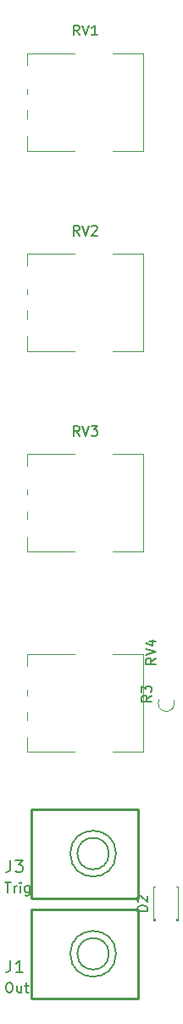
<source format=gbr>
%TF.GenerationSoftware,KiCad,Pcbnew,8.0.0*%
%TF.CreationDate,2024-06-15T01:22:53+02:00*%
%TF.ProjectId,feitw,66656974-772e-46b6-9963-61645f706362,rev?*%
%TF.SameCoordinates,Original*%
%TF.FileFunction,Legend,Top*%
%TF.FilePolarity,Positive*%
%FSLAX46Y46*%
G04 Gerber Fmt 4.6, Leading zero omitted, Abs format (unit mm)*
G04 Created by KiCad (PCBNEW 8.0.0) date 2024-06-15 01:22:53*
%MOMM*%
%LPD*%
G01*
G04 APERTURE LIST*
%ADD10C,0.150000*%
%ADD11C,0.152400*%
%ADD12C,0.120000*%
%ADD13C,0.127000*%
%ADD14C,0.254000*%
G04 APERTURE END LIST*
D10*
X123414819Y-113745238D02*
X122938628Y-114078571D01*
X123414819Y-114316666D02*
X122414819Y-114316666D01*
X122414819Y-114316666D02*
X122414819Y-113935714D01*
X122414819Y-113935714D02*
X122462438Y-113840476D01*
X122462438Y-113840476D02*
X122510057Y-113792857D01*
X122510057Y-113792857D02*
X122605295Y-113745238D01*
X122605295Y-113745238D02*
X122748152Y-113745238D01*
X122748152Y-113745238D02*
X122843390Y-113792857D01*
X122843390Y-113792857D02*
X122891009Y-113840476D01*
X122891009Y-113840476D02*
X122938628Y-113935714D01*
X122938628Y-113935714D02*
X122938628Y-114316666D01*
X122414819Y-113459523D02*
X123414819Y-113126190D01*
X123414819Y-113126190D02*
X122414819Y-112792857D01*
X122748152Y-112030952D02*
X123414819Y-112030952D01*
X122367200Y-112269047D02*
X123081485Y-112507142D01*
X123081485Y-112507142D02*
X123081485Y-111888095D01*
X115774761Y-91564819D02*
X115441428Y-91088628D01*
X115203333Y-91564819D02*
X115203333Y-90564819D01*
X115203333Y-90564819D02*
X115584285Y-90564819D01*
X115584285Y-90564819D02*
X115679523Y-90612438D01*
X115679523Y-90612438D02*
X115727142Y-90660057D01*
X115727142Y-90660057D02*
X115774761Y-90755295D01*
X115774761Y-90755295D02*
X115774761Y-90898152D01*
X115774761Y-90898152D02*
X115727142Y-90993390D01*
X115727142Y-90993390D02*
X115679523Y-91041009D01*
X115679523Y-91041009D02*
X115584285Y-91088628D01*
X115584285Y-91088628D02*
X115203333Y-91088628D01*
X116060476Y-90564819D02*
X116393809Y-91564819D01*
X116393809Y-91564819D02*
X116727142Y-90564819D01*
X116965238Y-90564819D02*
X117584285Y-90564819D01*
X117584285Y-90564819D02*
X117250952Y-90945771D01*
X117250952Y-90945771D02*
X117393809Y-90945771D01*
X117393809Y-90945771D02*
X117489047Y-90993390D01*
X117489047Y-90993390D02*
X117536666Y-91041009D01*
X117536666Y-91041009D02*
X117584285Y-91136247D01*
X117584285Y-91136247D02*
X117584285Y-91374342D01*
X117584285Y-91374342D02*
X117536666Y-91469580D01*
X117536666Y-91469580D02*
X117489047Y-91517200D01*
X117489047Y-91517200D02*
X117393809Y-91564819D01*
X117393809Y-91564819D02*
X117108095Y-91564819D01*
X117108095Y-91564819D02*
X117012857Y-91517200D01*
X117012857Y-91517200D02*
X116965238Y-91469580D01*
X115774761Y-71564819D02*
X115441428Y-71088628D01*
X115203333Y-71564819D02*
X115203333Y-70564819D01*
X115203333Y-70564819D02*
X115584285Y-70564819D01*
X115584285Y-70564819D02*
X115679523Y-70612438D01*
X115679523Y-70612438D02*
X115727142Y-70660057D01*
X115727142Y-70660057D02*
X115774761Y-70755295D01*
X115774761Y-70755295D02*
X115774761Y-70898152D01*
X115774761Y-70898152D02*
X115727142Y-70993390D01*
X115727142Y-70993390D02*
X115679523Y-71041009D01*
X115679523Y-71041009D02*
X115584285Y-71088628D01*
X115584285Y-71088628D02*
X115203333Y-71088628D01*
X116060476Y-70564819D02*
X116393809Y-71564819D01*
X116393809Y-71564819D02*
X116727142Y-70564819D01*
X117012857Y-70660057D02*
X117060476Y-70612438D01*
X117060476Y-70612438D02*
X117155714Y-70564819D01*
X117155714Y-70564819D02*
X117393809Y-70564819D01*
X117393809Y-70564819D02*
X117489047Y-70612438D01*
X117489047Y-70612438D02*
X117536666Y-70660057D01*
X117536666Y-70660057D02*
X117584285Y-70755295D01*
X117584285Y-70755295D02*
X117584285Y-70850533D01*
X117584285Y-70850533D02*
X117536666Y-70993390D01*
X117536666Y-70993390D02*
X116965238Y-71564819D01*
X116965238Y-71564819D02*
X117584285Y-71564819D01*
X115774761Y-51564819D02*
X115441428Y-51088628D01*
X115203333Y-51564819D02*
X115203333Y-50564819D01*
X115203333Y-50564819D02*
X115584285Y-50564819D01*
X115584285Y-50564819D02*
X115679523Y-50612438D01*
X115679523Y-50612438D02*
X115727142Y-50660057D01*
X115727142Y-50660057D02*
X115774761Y-50755295D01*
X115774761Y-50755295D02*
X115774761Y-50898152D01*
X115774761Y-50898152D02*
X115727142Y-50993390D01*
X115727142Y-50993390D02*
X115679523Y-51041009D01*
X115679523Y-51041009D02*
X115584285Y-51088628D01*
X115584285Y-51088628D02*
X115203333Y-51088628D01*
X116060476Y-50564819D02*
X116393809Y-51564819D01*
X116393809Y-51564819D02*
X116727142Y-50564819D01*
X117584285Y-51564819D02*
X117012857Y-51564819D01*
X117298571Y-51564819D02*
X117298571Y-50564819D01*
X117298571Y-50564819D02*
X117203333Y-50707676D01*
X117203333Y-50707676D02*
X117108095Y-50802914D01*
X117108095Y-50802914D02*
X117012857Y-50850533D01*
X122994819Y-117471666D02*
X122518628Y-117804999D01*
X122994819Y-118043094D02*
X121994819Y-118043094D01*
X121994819Y-118043094D02*
X121994819Y-117662142D01*
X121994819Y-117662142D02*
X122042438Y-117566904D01*
X122042438Y-117566904D02*
X122090057Y-117519285D01*
X122090057Y-117519285D02*
X122185295Y-117471666D01*
X122185295Y-117471666D02*
X122328152Y-117471666D01*
X122328152Y-117471666D02*
X122423390Y-117519285D01*
X122423390Y-117519285D02*
X122471009Y-117566904D01*
X122471009Y-117566904D02*
X122518628Y-117662142D01*
X122518628Y-117662142D02*
X122518628Y-118043094D01*
X121994819Y-117138332D02*
X121994819Y-116519285D01*
X121994819Y-116519285D02*
X122375771Y-116852618D01*
X122375771Y-116852618D02*
X122375771Y-116709761D01*
X122375771Y-116709761D02*
X122423390Y-116614523D01*
X122423390Y-116614523D02*
X122471009Y-116566904D01*
X122471009Y-116566904D02*
X122566247Y-116519285D01*
X122566247Y-116519285D02*
X122804342Y-116519285D01*
X122804342Y-116519285D02*
X122899580Y-116566904D01*
X122899580Y-116566904D02*
X122947200Y-116614523D01*
X122947200Y-116614523D02*
X122994819Y-116709761D01*
X122994819Y-116709761D02*
X122994819Y-116995475D01*
X122994819Y-116995475D02*
X122947200Y-117090713D01*
X122947200Y-117090713D02*
X122899580Y-117138332D01*
D11*
X108892239Y-133887922D02*
X108892239Y-134749708D01*
X108892239Y-134749708D02*
X108834786Y-134922065D01*
X108834786Y-134922065D02*
X108719882Y-135036970D01*
X108719882Y-135036970D02*
X108547524Y-135094422D01*
X108547524Y-135094422D02*
X108432620Y-135094422D01*
X109351858Y-133887922D02*
X110098739Y-133887922D01*
X110098739Y-133887922D02*
X109696572Y-134347541D01*
X109696572Y-134347541D02*
X109868929Y-134347541D01*
X109868929Y-134347541D02*
X109983834Y-134404993D01*
X109983834Y-134404993D02*
X110041286Y-134462446D01*
X110041286Y-134462446D02*
X110098739Y-134577350D01*
X110098739Y-134577350D02*
X110098739Y-134864612D01*
X110098739Y-134864612D02*
X110041286Y-134979517D01*
X110041286Y-134979517D02*
X109983834Y-135036970D01*
X109983834Y-135036970D02*
X109868929Y-135094422D01*
X109868929Y-135094422D02*
X109524215Y-135094422D01*
X109524215Y-135094422D02*
X109409310Y-135036970D01*
X109409310Y-135036970D02*
X109351858Y-134979517D01*
D10*
X108353922Y-136119819D02*
X108925350Y-136119819D01*
X108639636Y-137119819D02*
X108639636Y-136119819D01*
X109258684Y-137119819D02*
X109258684Y-136453152D01*
X109258684Y-136643628D02*
X109306303Y-136548390D01*
X109306303Y-136548390D02*
X109353922Y-136500771D01*
X109353922Y-136500771D02*
X109449160Y-136453152D01*
X109449160Y-136453152D02*
X109544398Y-136453152D01*
X109877732Y-137119819D02*
X109877732Y-136453152D01*
X109877732Y-136119819D02*
X109830113Y-136167438D01*
X109830113Y-136167438D02*
X109877732Y-136215057D01*
X109877732Y-136215057D02*
X109925351Y-136167438D01*
X109925351Y-136167438D02*
X109877732Y-136119819D01*
X109877732Y-136119819D02*
X109877732Y-136215057D01*
X110782493Y-136453152D02*
X110782493Y-137262676D01*
X110782493Y-137262676D02*
X110734874Y-137357914D01*
X110734874Y-137357914D02*
X110687255Y-137405533D01*
X110687255Y-137405533D02*
X110592017Y-137453152D01*
X110592017Y-137453152D02*
X110449160Y-137453152D01*
X110449160Y-137453152D02*
X110353922Y-137405533D01*
X110782493Y-137072200D02*
X110687255Y-137119819D01*
X110687255Y-137119819D02*
X110496779Y-137119819D01*
X110496779Y-137119819D02*
X110401541Y-137072200D01*
X110401541Y-137072200D02*
X110353922Y-137024580D01*
X110353922Y-137024580D02*
X110306303Y-136929342D01*
X110306303Y-136929342D02*
X110306303Y-136643628D01*
X110306303Y-136643628D02*
X110353922Y-136548390D01*
X110353922Y-136548390D02*
X110401541Y-136500771D01*
X110401541Y-136500771D02*
X110496779Y-136453152D01*
X110496779Y-136453152D02*
X110687255Y-136453152D01*
X110687255Y-136453152D02*
X110782493Y-136500771D01*
D11*
X108892239Y-143887922D02*
X108892239Y-144749708D01*
X108892239Y-144749708D02*
X108834786Y-144922065D01*
X108834786Y-144922065D02*
X108719882Y-145036970D01*
X108719882Y-145036970D02*
X108547524Y-145094422D01*
X108547524Y-145094422D02*
X108432620Y-145094422D01*
X110098739Y-145094422D02*
X109409310Y-145094422D01*
X109754024Y-145094422D02*
X109754024Y-143887922D01*
X109754024Y-143887922D02*
X109639120Y-144060279D01*
X109639120Y-144060279D02*
X109524215Y-144175184D01*
X109524215Y-144175184D02*
X109409310Y-144232636D01*
D10*
X108687255Y-146119819D02*
X108877731Y-146119819D01*
X108877731Y-146119819D02*
X108972969Y-146167438D01*
X108972969Y-146167438D02*
X109068207Y-146262676D01*
X109068207Y-146262676D02*
X109115826Y-146453152D01*
X109115826Y-146453152D02*
X109115826Y-146786485D01*
X109115826Y-146786485D02*
X109068207Y-146976961D01*
X109068207Y-146976961D02*
X108972969Y-147072200D01*
X108972969Y-147072200D02*
X108877731Y-147119819D01*
X108877731Y-147119819D02*
X108687255Y-147119819D01*
X108687255Y-147119819D02*
X108592017Y-147072200D01*
X108592017Y-147072200D02*
X108496779Y-146976961D01*
X108496779Y-146976961D02*
X108449160Y-146786485D01*
X108449160Y-146786485D02*
X108449160Y-146453152D01*
X108449160Y-146453152D02*
X108496779Y-146262676D01*
X108496779Y-146262676D02*
X108592017Y-146167438D01*
X108592017Y-146167438D02*
X108687255Y-146119819D01*
X109972969Y-146453152D02*
X109972969Y-147119819D01*
X109544398Y-146453152D02*
X109544398Y-146976961D01*
X109544398Y-146976961D02*
X109592017Y-147072200D01*
X109592017Y-147072200D02*
X109687255Y-147119819D01*
X109687255Y-147119819D02*
X109830112Y-147119819D01*
X109830112Y-147119819D02*
X109925350Y-147072200D01*
X109925350Y-147072200D02*
X109972969Y-147024580D01*
X110306303Y-146453152D02*
X110687255Y-146453152D01*
X110449160Y-146119819D02*
X110449160Y-146976961D01*
X110449160Y-146976961D02*
X110496779Y-147072200D01*
X110496779Y-147072200D02*
X110592017Y-147119819D01*
X110592017Y-147119819D02*
X110687255Y-147119819D01*
X122589819Y-138993094D02*
X121589819Y-138993094D01*
X121589819Y-138993094D02*
X121589819Y-138754999D01*
X121589819Y-138754999D02*
X121637438Y-138612142D01*
X121637438Y-138612142D02*
X121732676Y-138516904D01*
X121732676Y-138516904D02*
X121827914Y-138469285D01*
X121827914Y-138469285D02*
X122018390Y-138421666D01*
X122018390Y-138421666D02*
X122161247Y-138421666D01*
X122161247Y-138421666D02*
X122351723Y-138469285D01*
X122351723Y-138469285D02*
X122446961Y-138516904D01*
X122446961Y-138516904D02*
X122542200Y-138612142D01*
X122542200Y-138612142D02*
X122589819Y-138754999D01*
X122589819Y-138754999D02*
X122589819Y-138993094D01*
X121685057Y-138040713D02*
X121637438Y-137993094D01*
X121637438Y-137993094D02*
X121589819Y-137897856D01*
X121589819Y-137897856D02*
X121589819Y-137659761D01*
X121589819Y-137659761D02*
X121637438Y-137564523D01*
X121637438Y-137564523D02*
X121685057Y-137516904D01*
X121685057Y-137516904D02*
X121780295Y-137469285D01*
X121780295Y-137469285D02*
X121875533Y-137469285D01*
X121875533Y-137469285D02*
X122018390Y-137516904D01*
X122018390Y-137516904D02*
X122589819Y-138088332D01*
X122589819Y-138088332D02*
X122589819Y-137469285D01*
D12*
%TO.C,RV4*%
X110540000Y-113370000D02*
X115260000Y-113370000D01*
X110540000Y-114560000D02*
X110540000Y-113380000D01*
X110540000Y-117460000D02*
X110540000Y-116930000D01*
X110540000Y-119910000D02*
X110540000Y-119080000D01*
X110540000Y-123120000D02*
X110540000Y-121630000D01*
X110540000Y-123120000D02*
X115260000Y-123120000D01*
X119070000Y-113380000D02*
X122130000Y-113380000D01*
X119070000Y-123120000D02*
X122130000Y-123120000D01*
X122130000Y-123120000D02*
X122130000Y-113380000D01*
%TO.C,RV3*%
X110540000Y-93370000D02*
X115260000Y-93370000D01*
X110540000Y-94560000D02*
X110540000Y-93380000D01*
X110540000Y-97460000D02*
X110540000Y-96930000D01*
X110540000Y-99910000D02*
X110540000Y-99080000D01*
X110540000Y-103120000D02*
X110540000Y-101630000D01*
X110540000Y-103120000D02*
X115260000Y-103120000D01*
X119070000Y-93380000D02*
X122130000Y-93380000D01*
X119070000Y-103120000D02*
X122130000Y-103120000D01*
X122130000Y-103120000D02*
X122130000Y-93380000D01*
%TO.C,RV2*%
X110540000Y-73370000D02*
X115260000Y-73370000D01*
X110540000Y-74560000D02*
X110540000Y-73380000D01*
X110540000Y-77460000D02*
X110540000Y-76930000D01*
X110540000Y-79910000D02*
X110540000Y-79080000D01*
X110540000Y-83120000D02*
X110540000Y-81630000D01*
X110540000Y-83120000D02*
X115260000Y-83120000D01*
X119070000Y-73380000D02*
X122130000Y-73380000D01*
X119070000Y-83120000D02*
X122130000Y-83120000D01*
X122130000Y-83120000D02*
X122130000Y-73380000D01*
%TO.C,RV1*%
X110540000Y-53370000D02*
X115260000Y-53370000D01*
X110540000Y-54560000D02*
X110540000Y-53380000D01*
X110540000Y-57460000D02*
X110540000Y-56930000D01*
X110540000Y-59910000D02*
X110540000Y-59080000D01*
X110540000Y-63120000D02*
X110540000Y-61630000D01*
X110540000Y-63120000D02*
X115260000Y-63120000D01*
X119070000Y-53380000D02*
X122130000Y-53380000D01*
X119070000Y-63120000D02*
X122130000Y-63120000D01*
X122130000Y-63120000D02*
X122130000Y-53380000D01*
%TO.C,R3*%
X125209358Y-117934905D02*
G75*
G02*
X123760001Y-117837867I-749358J-320095D01*
G01*
D13*
%TO.C,J3*%
X119433300Y-133250000D02*
G75*
G02*
X114861300Y-133250000I-2286000J0D01*
G01*
X114861300Y-133250000D02*
G75*
G02*
X119433300Y-133250000I2286000J0D01*
G01*
X118722100Y-133250000D02*
G75*
G02*
X115572500Y-133250000I-1574800J0D01*
G01*
X115572500Y-133250000D02*
G75*
G02*
X118722100Y-133250000I1574800J0D01*
G01*
D14*
X121655800Y-137695000D02*
X121655800Y-128805000D01*
X121655800Y-128805000D02*
X110987800Y-128805000D01*
X110987800Y-137695000D02*
X121655800Y-137695000D01*
X110987800Y-128805000D02*
X110987800Y-137695000D01*
D13*
%TO.C,J1*%
X119433300Y-143250000D02*
G75*
G02*
X114861300Y-143250000I-2286000J0D01*
G01*
X114861300Y-143250000D02*
G75*
G02*
X119433300Y-143250000I2286000J0D01*
G01*
X118722100Y-143250000D02*
G75*
G02*
X115572500Y-143250000I-1574800J0D01*
G01*
X115572500Y-143250000D02*
G75*
G02*
X118722100Y-143250000I1574800J0D01*
G01*
D14*
X121655800Y-147695000D02*
X121655800Y-138805000D01*
X121655800Y-138805000D02*
X110987800Y-138805000D01*
X110987800Y-147695000D02*
X121655800Y-147695000D01*
X110987800Y-138805000D02*
X110987800Y-147695000D01*
D12*
%TO.C,D2*%
X125490000Y-136545000D02*
X125655000Y-136545000D01*
X123135000Y-136545000D02*
X123300000Y-136545000D01*
X125475000Y-139725000D02*
X125655000Y-139725000D01*
X123135000Y-139725000D02*
X123315000Y-139725000D01*
X125475000Y-139845000D02*
X125655000Y-139845000D01*
X123135000Y-139845000D02*
X123315000Y-139845000D01*
X125655000Y-139965000D02*
X125655000Y-136545000D01*
X125475000Y-139965000D02*
X125655000Y-139965000D01*
X123135000Y-139965000D02*
X123135000Y-136545000D01*
X123135000Y-139965000D02*
X123315000Y-139965000D01*
%TD*%
M02*

</source>
